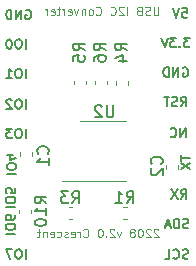
<source format=gbo>
G04 #@! TF.GenerationSoftware,KiCad,Pcbnew,(5.1.2)-1*
G04 #@! TF.CreationDate,2022-09-21T22:05:37+09:00*
G04 #@! TF.ProjectId,converter,636f6e76-6572-4746-9572-2e6b69636164,v2.0*
G04 #@! TF.SameCoordinates,Original*
G04 #@! TF.FileFunction,Legend,Bot*
G04 #@! TF.FilePolarity,Positive*
%FSLAX46Y46*%
G04 Gerber Fmt 4.6, Leading zero omitted, Abs format (unit mm)*
G04 Created by KiCad (PCBNEW (5.1.2)-1) date 2022-09-21 22:05:37*
%MOMM*%
%LPD*%
G04 APERTURE LIST*
%ADD10C,0.120000*%
%ADD11C,0.150000*%
G04 APERTURE END LIST*
D10*
X113130000Y-147893333D02*
X113096666Y-147860000D01*
X113030000Y-147826666D01*
X112863333Y-147826666D01*
X112796666Y-147860000D01*
X112763333Y-147893333D01*
X112730000Y-147960000D01*
X112730000Y-148026666D01*
X112763333Y-148126666D01*
X113163333Y-148526666D01*
X112730000Y-148526666D01*
X112463333Y-147893333D02*
X112430000Y-147860000D01*
X112363333Y-147826666D01*
X112196666Y-147826666D01*
X112130000Y-147860000D01*
X112096666Y-147893333D01*
X112063333Y-147960000D01*
X112063333Y-148026666D01*
X112096666Y-148126666D01*
X112496666Y-148526666D01*
X112063333Y-148526666D01*
X111630000Y-147826666D02*
X111563333Y-147826666D01*
X111496666Y-147860000D01*
X111463333Y-147893333D01*
X111430000Y-147960000D01*
X111396666Y-148093333D01*
X111396666Y-148260000D01*
X111430000Y-148393333D01*
X111463333Y-148460000D01*
X111496666Y-148493333D01*
X111563333Y-148526666D01*
X111630000Y-148526666D01*
X111696666Y-148493333D01*
X111730000Y-148460000D01*
X111763333Y-148393333D01*
X111796666Y-148260000D01*
X111796666Y-148093333D01*
X111763333Y-147960000D01*
X111730000Y-147893333D01*
X111696666Y-147860000D01*
X111630000Y-147826666D01*
X110996666Y-148126666D02*
X111063333Y-148093333D01*
X111096666Y-148060000D01*
X111130000Y-147993333D01*
X111130000Y-147960000D01*
X111096666Y-147893333D01*
X111063333Y-147860000D01*
X110996666Y-147826666D01*
X110863333Y-147826666D01*
X110796666Y-147860000D01*
X110763333Y-147893333D01*
X110730000Y-147960000D01*
X110730000Y-147993333D01*
X110763333Y-148060000D01*
X110796666Y-148093333D01*
X110863333Y-148126666D01*
X110996666Y-148126666D01*
X111063333Y-148160000D01*
X111096666Y-148193333D01*
X111130000Y-148260000D01*
X111130000Y-148393333D01*
X111096666Y-148460000D01*
X111063333Y-148493333D01*
X110996666Y-148526666D01*
X110863333Y-148526666D01*
X110796666Y-148493333D01*
X110763333Y-148460000D01*
X110730000Y-148393333D01*
X110730000Y-148260000D01*
X110763333Y-148193333D01*
X110796666Y-148160000D01*
X110863333Y-148126666D01*
X109963333Y-148060000D02*
X109796666Y-148526666D01*
X109630000Y-148060000D01*
X109396666Y-147893333D02*
X109363333Y-147860000D01*
X109296666Y-147826666D01*
X109130000Y-147826666D01*
X109063333Y-147860000D01*
X109030000Y-147893333D01*
X108996666Y-147960000D01*
X108996666Y-148026666D01*
X109030000Y-148126666D01*
X109430000Y-148526666D01*
X108996666Y-148526666D01*
X108696666Y-148460000D02*
X108663333Y-148493333D01*
X108696666Y-148526666D01*
X108730000Y-148493333D01*
X108696666Y-148460000D01*
X108696666Y-148526666D01*
X108230000Y-147826666D02*
X108163333Y-147826666D01*
X108096666Y-147860000D01*
X108063333Y-147893333D01*
X108030000Y-147960000D01*
X107996666Y-148093333D01*
X107996666Y-148260000D01*
X108030000Y-148393333D01*
X108063333Y-148460000D01*
X108096666Y-148493333D01*
X108163333Y-148526666D01*
X108230000Y-148526666D01*
X108296666Y-148493333D01*
X108330000Y-148460000D01*
X108363333Y-148393333D01*
X108396666Y-148260000D01*
X108396666Y-148093333D01*
X108363333Y-147960000D01*
X108330000Y-147893333D01*
X108296666Y-147860000D01*
X108230000Y-147826666D01*
X106763333Y-148460000D02*
X106796666Y-148493333D01*
X106896666Y-148526666D01*
X106963333Y-148526666D01*
X107063333Y-148493333D01*
X107130000Y-148426666D01*
X107163333Y-148360000D01*
X107196666Y-148226666D01*
X107196666Y-148126666D01*
X107163333Y-147993333D01*
X107130000Y-147926666D01*
X107063333Y-147860000D01*
X106963333Y-147826666D01*
X106896666Y-147826666D01*
X106796666Y-147860000D01*
X106763333Y-147893333D01*
X106463333Y-148526666D02*
X106463333Y-148060000D01*
X106463333Y-148193333D02*
X106430000Y-148126666D01*
X106396666Y-148093333D01*
X106330000Y-148060000D01*
X106263333Y-148060000D01*
X105763333Y-148493333D02*
X105830000Y-148526666D01*
X105963333Y-148526666D01*
X106030000Y-148493333D01*
X106063333Y-148426666D01*
X106063333Y-148160000D01*
X106030000Y-148093333D01*
X105963333Y-148060000D01*
X105830000Y-148060000D01*
X105763333Y-148093333D01*
X105730000Y-148160000D01*
X105730000Y-148226666D01*
X106063333Y-148293333D01*
X105463333Y-148493333D02*
X105396666Y-148526666D01*
X105263333Y-148526666D01*
X105196666Y-148493333D01*
X105163333Y-148426666D01*
X105163333Y-148393333D01*
X105196666Y-148326666D01*
X105263333Y-148293333D01*
X105363333Y-148293333D01*
X105430000Y-148260000D01*
X105463333Y-148193333D01*
X105463333Y-148160000D01*
X105430000Y-148093333D01*
X105363333Y-148060000D01*
X105263333Y-148060000D01*
X105196666Y-148093333D01*
X104563333Y-148493333D02*
X104630000Y-148526666D01*
X104763333Y-148526666D01*
X104830000Y-148493333D01*
X104863333Y-148460000D01*
X104896666Y-148393333D01*
X104896666Y-148193333D01*
X104863333Y-148126666D01*
X104830000Y-148093333D01*
X104763333Y-148060000D01*
X104630000Y-148060000D01*
X104563333Y-148093333D01*
X103996666Y-148493333D02*
X104063333Y-148526666D01*
X104196666Y-148526666D01*
X104263333Y-148493333D01*
X104296666Y-148426666D01*
X104296666Y-148160000D01*
X104263333Y-148093333D01*
X104196666Y-148060000D01*
X104063333Y-148060000D01*
X103996666Y-148093333D01*
X103963333Y-148160000D01*
X103963333Y-148226666D01*
X104296666Y-148293333D01*
X103663333Y-148060000D02*
X103663333Y-148526666D01*
X103663333Y-148126666D02*
X103630000Y-148093333D01*
X103563333Y-148060000D01*
X103463333Y-148060000D01*
X103396666Y-148093333D01*
X103363333Y-148160000D01*
X103363333Y-148526666D01*
X103130000Y-148060000D02*
X102863333Y-148060000D01*
X103030000Y-147826666D02*
X103030000Y-148426666D01*
X102996666Y-148493333D01*
X102930000Y-148526666D01*
X102863333Y-148526666D01*
X113120000Y-129016666D02*
X113120000Y-129583333D01*
X113086666Y-129650000D01*
X113053333Y-129683333D01*
X112986666Y-129716666D01*
X112853333Y-129716666D01*
X112786666Y-129683333D01*
X112753333Y-129650000D01*
X112720000Y-129583333D01*
X112720000Y-129016666D01*
X112420000Y-129683333D02*
X112320000Y-129716666D01*
X112153333Y-129716666D01*
X112086666Y-129683333D01*
X112053333Y-129650000D01*
X112020000Y-129583333D01*
X112020000Y-129516666D01*
X112053333Y-129450000D01*
X112086666Y-129416666D01*
X112153333Y-129383333D01*
X112286666Y-129350000D01*
X112353333Y-129316666D01*
X112386666Y-129283333D01*
X112420000Y-129216666D01*
X112420000Y-129150000D01*
X112386666Y-129083333D01*
X112353333Y-129050000D01*
X112286666Y-129016666D01*
X112120000Y-129016666D01*
X112020000Y-129050000D01*
X111486666Y-129350000D02*
X111386666Y-129383333D01*
X111353333Y-129416666D01*
X111320000Y-129483333D01*
X111320000Y-129583333D01*
X111353333Y-129650000D01*
X111386666Y-129683333D01*
X111453333Y-129716666D01*
X111720000Y-129716666D01*
X111720000Y-129016666D01*
X111486666Y-129016666D01*
X111420000Y-129050000D01*
X111386666Y-129083333D01*
X111353333Y-129150000D01*
X111353333Y-129216666D01*
X111386666Y-129283333D01*
X111420000Y-129316666D01*
X111486666Y-129350000D01*
X111720000Y-129350000D01*
X110486666Y-129716666D02*
X110486666Y-129016666D01*
X110186666Y-129083333D02*
X110153333Y-129050000D01*
X110086666Y-129016666D01*
X109920000Y-129016666D01*
X109853333Y-129050000D01*
X109820000Y-129083333D01*
X109786666Y-129150000D01*
X109786666Y-129216666D01*
X109820000Y-129316666D01*
X110220000Y-129716666D01*
X109786666Y-129716666D01*
X109086666Y-129650000D02*
X109120000Y-129683333D01*
X109220000Y-129716666D01*
X109286666Y-129716666D01*
X109386666Y-129683333D01*
X109453333Y-129616666D01*
X109486666Y-129550000D01*
X109520000Y-129416666D01*
X109520000Y-129316666D01*
X109486666Y-129183333D01*
X109453333Y-129116666D01*
X109386666Y-129050000D01*
X109286666Y-129016666D01*
X109220000Y-129016666D01*
X109120000Y-129050000D01*
X109086666Y-129083333D01*
X107853333Y-129650000D02*
X107886666Y-129683333D01*
X107986666Y-129716666D01*
X108053333Y-129716666D01*
X108153333Y-129683333D01*
X108220000Y-129616666D01*
X108253333Y-129550000D01*
X108286666Y-129416666D01*
X108286666Y-129316666D01*
X108253333Y-129183333D01*
X108220000Y-129116666D01*
X108153333Y-129050000D01*
X108053333Y-129016666D01*
X107986666Y-129016666D01*
X107886666Y-129050000D01*
X107853333Y-129083333D01*
X107453333Y-129716666D02*
X107520000Y-129683333D01*
X107553333Y-129650000D01*
X107586666Y-129583333D01*
X107586666Y-129383333D01*
X107553333Y-129316666D01*
X107520000Y-129283333D01*
X107453333Y-129250000D01*
X107353333Y-129250000D01*
X107286666Y-129283333D01*
X107253333Y-129316666D01*
X107220000Y-129383333D01*
X107220000Y-129583333D01*
X107253333Y-129650000D01*
X107286666Y-129683333D01*
X107353333Y-129716666D01*
X107453333Y-129716666D01*
X106920000Y-129250000D02*
X106920000Y-129716666D01*
X106920000Y-129316666D02*
X106886666Y-129283333D01*
X106820000Y-129250000D01*
X106720000Y-129250000D01*
X106653333Y-129283333D01*
X106620000Y-129350000D01*
X106620000Y-129716666D01*
X106353333Y-129250000D02*
X106186666Y-129716666D01*
X106020000Y-129250000D01*
X105486666Y-129683333D02*
X105553333Y-129716666D01*
X105686666Y-129716666D01*
X105753333Y-129683333D01*
X105786666Y-129616666D01*
X105786666Y-129350000D01*
X105753333Y-129283333D01*
X105686666Y-129250000D01*
X105553333Y-129250000D01*
X105486666Y-129283333D01*
X105453333Y-129350000D01*
X105453333Y-129416666D01*
X105786666Y-129483333D01*
X105153333Y-129716666D02*
X105153333Y-129250000D01*
X105153333Y-129383333D02*
X105120000Y-129316666D01*
X105086666Y-129283333D01*
X105020000Y-129250000D01*
X104953333Y-129250000D01*
X104820000Y-129250000D02*
X104553333Y-129250000D01*
X104720000Y-129016666D02*
X104720000Y-129616666D01*
X104686666Y-129683333D01*
X104620000Y-129716666D01*
X104553333Y-129716666D01*
X104053333Y-129683333D02*
X104120000Y-129716666D01*
X104253333Y-129716666D01*
X104320000Y-129683333D01*
X104353333Y-129616666D01*
X104353333Y-129350000D01*
X104320000Y-129283333D01*
X104253333Y-129250000D01*
X104120000Y-129250000D01*
X104053333Y-129283333D01*
X104020000Y-129350000D01*
X104020000Y-129416666D01*
X104353333Y-129483333D01*
X103720000Y-129716666D02*
X103720000Y-129250000D01*
X103720000Y-129383333D02*
X103686666Y-129316666D01*
X103653333Y-129283333D01*
X103586666Y-129250000D01*
X103520000Y-129250000D01*
D11*
X101909523Y-129300000D02*
X101985714Y-129261904D01*
X102100000Y-129261904D01*
X102214285Y-129300000D01*
X102290476Y-129376190D01*
X102328571Y-129452380D01*
X102366666Y-129604761D01*
X102366666Y-129719047D01*
X102328571Y-129871428D01*
X102290476Y-129947619D01*
X102214285Y-130023809D01*
X102100000Y-130061904D01*
X102023809Y-130061904D01*
X101909523Y-130023809D01*
X101871428Y-129985714D01*
X101871428Y-129719047D01*
X102023809Y-129719047D01*
X101528571Y-130061904D02*
X101528571Y-129261904D01*
X101071428Y-130061904D01*
X101071428Y-129261904D01*
X100690476Y-130061904D02*
X100690476Y-129261904D01*
X100500000Y-129261904D01*
X100385714Y-129300000D01*
X100309523Y-129376190D01*
X100271428Y-129452380D01*
X100233333Y-129604761D01*
X100233333Y-129719047D01*
X100271428Y-129871428D01*
X100309523Y-129947619D01*
X100385714Y-130023809D01*
X100500000Y-130061904D01*
X100690476Y-130061904D01*
X101900000Y-132561904D02*
X101900000Y-131761904D01*
X101366666Y-131761904D02*
X101214285Y-131761904D01*
X101138095Y-131800000D01*
X101061904Y-131876190D01*
X101023809Y-132028571D01*
X101023809Y-132295238D01*
X101061904Y-132447619D01*
X101138095Y-132523809D01*
X101214285Y-132561904D01*
X101366666Y-132561904D01*
X101442857Y-132523809D01*
X101519047Y-132447619D01*
X101557142Y-132295238D01*
X101557142Y-132028571D01*
X101519047Y-131876190D01*
X101442857Y-131800000D01*
X101366666Y-131761904D01*
X100528571Y-131761904D02*
X100452380Y-131761904D01*
X100376190Y-131800000D01*
X100338095Y-131838095D01*
X100300000Y-131914285D01*
X100261904Y-132066666D01*
X100261904Y-132257142D01*
X100300000Y-132409523D01*
X100338095Y-132485714D01*
X100376190Y-132523809D01*
X100452380Y-132561904D01*
X100528571Y-132561904D01*
X100604761Y-132523809D01*
X100642857Y-132485714D01*
X100680952Y-132409523D01*
X100719047Y-132257142D01*
X100719047Y-132066666D01*
X100680952Y-131914285D01*
X100642857Y-131838095D01*
X100604761Y-131800000D01*
X100528571Y-131761904D01*
X101900000Y-135061904D02*
X101900000Y-134261904D01*
X101366666Y-134261904D02*
X101214285Y-134261904D01*
X101138095Y-134300000D01*
X101061904Y-134376190D01*
X101023809Y-134528571D01*
X101023809Y-134795238D01*
X101061904Y-134947619D01*
X101138095Y-135023809D01*
X101214285Y-135061904D01*
X101366666Y-135061904D01*
X101442857Y-135023809D01*
X101519047Y-134947619D01*
X101557142Y-134795238D01*
X101557142Y-134528571D01*
X101519047Y-134376190D01*
X101442857Y-134300000D01*
X101366666Y-134261904D01*
X100261904Y-135061904D02*
X100719047Y-135061904D01*
X100490476Y-135061904D02*
X100490476Y-134261904D01*
X100566666Y-134376190D01*
X100642857Y-134452380D01*
X100719047Y-134490476D01*
X101900000Y-137661904D02*
X101900000Y-136861904D01*
X101366666Y-136861904D02*
X101214285Y-136861904D01*
X101138095Y-136900000D01*
X101061904Y-136976190D01*
X101023809Y-137128571D01*
X101023809Y-137395238D01*
X101061904Y-137547619D01*
X101138095Y-137623809D01*
X101214285Y-137661904D01*
X101366666Y-137661904D01*
X101442857Y-137623809D01*
X101519047Y-137547619D01*
X101557142Y-137395238D01*
X101557142Y-137128571D01*
X101519047Y-136976190D01*
X101442857Y-136900000D01*
X101366666Y-136861904D01*
X100719047Y-136938095D02*
X100680952Y-136900000D01*
X100604761Y-136861904D01*
X100414285Y-136861904D01*
X100338095Y-136900000D01*
X100300000Y-136938095D01*
X100261904Y-137014285D01*
X100261904Y-137090476D01*
X100300000Y-137204761D01*
X100757142Y-137661904D01*
X100261904Y-137661904D01*
X101900000Y-140161904D02*
X101900000Y-139361904D01*
X101366666Y-139361904D02*
X101214285Y-139361904D01*
X101138095Y-139400000D01*
X101061904Y-139476190D01*
X101023809Y-139628571D01*
X101023809Y-139895238D01*
X101061904Y-140047619D01*
X101138095Y-140123809D01*
X101214285Y-140161904D01*
X101366666Y-140161904D01*
X101442857Y-140123809D01*
X101519047Y-140047619D01*
X101557142Y-139895238D01*
X101557142Y-139628571D01*
X101519047Y-139476190D01*
X101442857Y-139400000D01*
X101366666Y-139361904D01*
X100757142Y-139361904D02*
X100261904Y-139361904D01*
X100528571Y-139666666D01*
X100414285Y-139666666D01*
X100338095Y-139704761D01*
X100300000Y-139742857D01*
X100261904Y-139819047D01*
X100261904Y-140009523D01*
X100300000Y-140085714D01*
X100338095Y-140123809D01*
X100414285Y-140161904D01*
X100642857Y-140161904D01*
X100719047Y-140123809D01*
X100757142Y-140085714D01*
X100268095Y-143160000D02*
X101068095Y-143160000D01*
X101068095Y-142626666D02*
X101068095Y-142474285D01*
X101030000Y-142398095D01*
X100953809Y-142321904D01*
X100801428Y-142283809D01*
X100534761Y-142283809D01*
X100382380Y-142321904D01*
X100306190Y-142398095D01*
X100268095Y-142474285D01*
X100268095Y-142626666D01*
X100306190Y-142702857D01*
X100382380Y-142779047D01*
X100534761Y-142817142D01*
X100801428Y-142817142D01*
X100953809Y-142779047D01*
X101030000Y-142702857D01*
X101068095Y-142626666D01*
X100801428Y-141598095D02*
X100268095Y-141598095D01*
X101106190Y-141788571D02*
X100534761Y-141979047D01*
X100534761Y-141483809D01*
X100218095Y-146010000D02*
X101018095Y-146010000D01*
X101018095Y-145476666D02*
X101018095Y-145324285D01*
X100980000Y-145248095D01*
X100903809Y-145171904D01*
X100751428Y-145133809D01*
X100484761Y-145133809D01*
X100332380Y-145171904D01*
X100256190Y-145248095D01*
X100218095Y-145324285D01*
X100218095Y-145476666D01*
X100256190Y-145552857D01*
X100332380Y-145629047D01*
X100484761Y-145667142D01*
X100751428Y-145667142D01*
X100903809Y-145629047D01*
X100980000Y-145552857D01*
X101018095Y-145476666D01*
X101018095Y-144410000D02*
X101018095Y-144790952D01*
X100637142Y-144829047D01*
X100675238Y-144790952D01*
X100713333Y-144714761D01*
X100713333Y-144524285D01*
X100675238Y-144448095D01*
X100637142Y-144410000D01*
X100560952Y-144371904D01*
X100370476Y-144371904D01*
X100294285Y-144410000D01*
X100256190Y-144448095D01*
X100218095Y-144524285D01*
X100218095Y-144714761D01*
X100256190Y-144790952D01*
X100294285Y-144829047D01*
X100188095Y-148260000D02*
X100988095Y-148260000D01*
X100988095Y-147726666D02*
X100988095Y-147574285D01*
X100950000Y-147498095D01*
X100873809Y-147421904D01*
X100721428Y-147383809D01*
X100454761Y-147383809D01*
X100302380Y-147421904D01*
X100226190Y-147498095D01*
X100188095Y-147574285D01*
X100188095Y-147726666D01*
X100226190Y-147802857D01*
X100302380Y-147879047D01*
X100454761Y-147917142D01*
X100721428Y-147917142D01*
X100873809Y-147879047D01*
X100950000Y-147802857D01*
X100988095Y-147726666D01*
X100988095Y-146698095D02*
X100988095Y-146850476D01*
X100950000Y-146926666D01*
X100911904Y-146964761D01*
X100797619Y-147040952D01*
X100645238Y-147079047D01*
X100340476Y-147079047D01*
X100264285Y-147040952D01*
X100226190Y-147002857D01*
X100188095Y-146926666D01*
X100188095Y-146774285D01*
X100226190Y-146698095D01*
X100264285Y-146660000D01*
X100340476Y-146621904D01*
X100530952Y-146621904D01*
X100607142Y-146660000D01*
X100645238Y-146698095D01*
X100683333Y-146774285D01*
X100683333Y-146926666D01*
X100645238Y-147002857D01*
X100607142Y-147040952D01*
X100530952Y-147079047D01*
X101900000Y-150361904D02*
X101900000Y-149561904D01*
X101366666Y-149561904D02*
X101214285Y-149561904D01*
X101138095Y-149600000D01*
X101061904Y-149676190D01*
X101023809Y-149828571D01*
X101023809Y-150095238D01*
X101061904Y-150247619D01*
X101138095Y-150323809D01*
X101214285Y-150361904D01*
X101366666Y-150361904D01*
X101442857Y-150323809D01*
X101519047Y-150247619D01*
X101557142Y-150095238D01*
X101557142Y-149828571D01*
X101519047Y-149676190D01*
X101442857Y-149600000D01*
X101366666Y-149561904D01*
X100757142Y-149561904D02*
X100223809Y-149561904D01*
X100566666Y-150361904D01*
X115652380Y-150323809D02*
X115538095Y-150361904D01*
X115347619Y-150361904D01*
X115271428Y-150323809D01*
X115233333Y-150285714D01*
X115195238Y-150209523D01*
X115195238Y-150133333D01*
X115233333Y-150057142D01*
X115271428Y-150019047D01*
X115347619Y-149980952D01*
X115500000Y-149942857D01*
X115576190Y-149904761D01*
X115614285Y-149866666D01*
X115652380Y-149790476D01*
X115652380Y-149714285D01*
X115614285Y-149638095D01*
X115576190Y-149600000D01*
X115500000Y-149561904D01*
X115309523Y-149561904D01*
X115195238Y-149600000D01*
X114395238Y-150285714D02*
X114433333Y-150323809D01*
X114547619Y-150361904D01*
X114623809Y-150361904D01*
X114738095Y-150323809D01*
X114814285Y-150247619D01*
X114852380Y-150171428D01*
X114890476Y-150019047D01*
X114890476Y-149904761D01*
X114852380Y-149752380D01*
X114814285Y-149676190D01*
X114738095Y-149600000D01*
X114623809Y-149561904D01*
X114547619Y-149561904D01*
X114433333Y-149600000D01*
X114395238Y-149638095D01*
X113671428Y-150361904D02*
X114052380Y-150361904D01*
X114052380Y-149561904D01*
X115671428Y-147723809D02*
X115557142Y-147761904D01*
X115366666Y-147761904D01*
X115290476Y-147723809D01*
X115252380Y-147685714D01*
X115214285Y-147609523D01*
X115214285Y-147533333D01*
X115252380Y-147457142D01*
X115290476Y-147419047D01*
X115366666Y-147380952D01*
X115519047Y-147342857D01*
X115595238Y-147304761D01*
X115633333Y-147266666D01*
X115671428Y-147190476D01*
X115671428Y-147114285D01*
X115633333Y-147038095D01*
X115595238Y-147000000D01*
X115519047Y-146961904D01*
X115328571Y-146961904D01*
X115214285Y-147000000D01*
X114871428Y-147761904D02*
X114871428Y-146961904D01*
X114680952Y-146961904D01*
X114566666Y-147000000D01*
X114490476Y-147076190D01*
X114452380Y-147152380D01*
X114414285Y-147304761D01*
X114414285Y-147419047D01*
X114452380Y-147571428D01*
X114490476Y-147647619D01*
X114566666Y-147723809D01*
X114680952Y-147761904D01*
X114871428Y-147761904D01*
X114109523Y-147533333D02*
X113728571Y-147533333D01*
X114185714Y-147761904D02*
X113919047Y-146961904D01*
X113652380Y-147761904D01*
X115023333Y-145281904D02*
X115290000Y-144900952D01*
X115480476Y-145281904D02*
X115480476Y-144481904D01*
X115175714Y-144481904D01*
X115099523Y-144520000D01*
X115061428Y-144558095D01*
X115023333Y-144634285D01*
X115023333Y-144748571D01*
X115061428Y-144824761D01*
X115099523Y-144862857D01*
X115175714Y-144900952D01*
X115480476Y-144900952D01*
X114756666Y-144481904D02*
X114223333Y-145281904D01*
X114223333Y-144481904D02*
X114756666Y-145281904D01*
X115041904Y-141610476D02*
X115041904Y-142067619D01*
X115841904Y-141839047D02*
X115041904Y-141839047D01*
X115041904Y-142258095D02*
X115841904Y-142791428D01*
X115041904Y-142791428D02*
X115841904Y-142258095D01*
X115448571Y-140081904D02*
X115448571Y-139281904D01*
X114991428Y-140081904D01*
X114991428Y-139281904D01*
X114153333Y-140005714D02*
X114191428Y-140043809D01*
X114305714Y-140081904D01*
X114381904Y-140081904D01*
X114496190Y-140043809D01*
X114572380Y-139967619D01*
X114610476Y-139891428D01*
X114648571Y-139739047D01*
X114648571Y-139624761D01*
X114610476Y-139472380D01*
X114572380Y-139396190D01*
X114496190Y-139320000D01*
X114381904Y-139281904D01*
X114305714Y-139281904D01*
X114191428Y-139320000D01*
X114153333Y-139358095D01*
X115038095Y-137461904D02*
X115304761Y-137080952D01*
X115495238Y-137461904D02*
X115495238Y-136661904D01*
X115190476Y-136661904D01*
X115114285Y-136700000D01*
X115076190Y-136738095D01*
X115038095Y-136814285D01*
X115038095Y-136928571D01*
X115076190Y-137004761D01*
X115114285Y-137042857D01*
X115190476Y-137080952D01*
X115495238Y-137080952D01*
X114733333Y-137423809D02*
X114619047Y-137461904D01*
X114428571Y-137461904D01*
X114352380Y-137423809D01*
X114314285Y-137385714D01*
X114276190Y-137309523D01*
X114276190Y-137233333D01*
X114314285Y-137157142D01*
X114352380Y-137119047D01*
X114428571Y-137080952D01*
X114580952Y-137042857D01*
X114657142Y-137004761D01*
X114695238Y-136966666D01*
X114733333Y-136890476D01*
X114733333Y-136814285D01*
X114695238Y-136738095D01*
X114657142Y-136700000D01*
X114580952Y-136661904D01*
X114390476Y-136661904D01*
X114276190Y-136700000D01*
X114047619Y-136661904D02*
X113590476Y-136661904D01*
X113819047Y-137461904D02*
X113819047Y-136661904D01*
X115152380Y-129161904D02*
X115533333Y-129161904D01*
X115571428Y-129542857D01*
X115533333Y-129504761D01*
X115457142Y-129466666D01*
X115266666Y-129466666D01*
X115190476Y-129504761D01*
X115152380Y-129542857D01*
X115114285Y-129619047D01*
X115114285Y-129809523D01*
X115152380Y-129885714D01*
X115190476Y-129923809D01*
X115266666Y-129961904D01*
X115457142Y-129961904D01*
X115533333Y-129923809D01*
X115571428Y-129885714D01*
X114885714Y-129161904D02*
X114619047Y-129961904D01*
X114352380Y-129161904D01*
X115780952Y-131661904D02*
X115285714Y-131661904D01*
X115552380Y-131966666D01*
X115438095Y-131966666D01*
X115361904Y-132004761D01*
X115323809Y-132042857D01*
X115285714Y-132119047D01*
X115285714Y-132309523D01*
X115323809Y-132385714D01*
X115361904Y-132423809D01*
X115438095Y-132461904D01*
X115666666Y-132461904D01*
X115742857Y-132423809D01*
X115780952Y-132385714D01*
X114942857Y-132385714D02*
X114904761Y-132423809D01*
X114942857Y-132461904D01*
X114980952Y-132423809D01*
X114942857Y-132385714D01*
X114942857Y-132461904D01*
X114638095Y-131661904D02*
X114142857Y-131661904D01*
X114409523Y-131966666D01*
X114295238Y-131966666D01*
X114219047Y-132004761D01*
X114180952Y-132042857D01*
X114142857Y-132119047D01*
X114142857Y-132309523D01*
X114180952Y-132385714D01*
X114219047Y-132423809D01*
X114295238Y-132461904D01*
X114523809Y-132461904D01*
X114600000Y-132423809D01*
X114638095Y-132385714D01*
X113914285Y-131661904D02*
X113647619Y-132461904D01*
X113380952Y-131661904D01*
X115209523Y-134200000D02*
X115285714Y-134161904D01*
X115400000Y-134161904D01*
X115514285Y-134200000D01*
X115590476Y-134276190D01*
X115628571Y-134352380D01*
X115666666Y-134504761D01*
X115666666Y-134619047D01*
X115628571Y-134771428D01*
X115590476Y-134847619D01*
X115514285Y-134923809D01*
X115400000Y-134961904D01*
X115323809Y-134961904D01*
X115209523Y-134923809D01*
X115171428Y-134885714D01*
X115171428Y-134619047D01*
X115323809Y-134619047D01*
X114828571Y-134961904D02*
X114828571Y-134161904D01*
X114371428Y-134961904D01*
X114371428Y-134161904D01*
X113990476Y-134961904D02*
X113990476Y-134161904D01*
X113800000Y-134161904D01*
X113685714Y-134200000D01*
X113609523Y-134276190D01*
X113571428Y-134352380D01*
X113533333Y-134504761D01*
X113533333Y-134619047D01*
X113571428Y-134771428D01*
X113609523Y-134847619D01*
X113685714Y-134923809D01*
X113800000Y-134961904D01*
X113990476Y-134961904D01*
D10*
X101350000Y-146524779D02*
X101350000Y-146199221D01*
X102370000Y-146524779D02*
X102370000Y-146199221D01*
X102434000Y-141315221D02*
X102434000Y-141640779D01*
X101414000Y-141315221D02*
X101414000Y-141640779D01*
X113790000Y-142407221D02*
X113790000Y-142732779D01*
X114810000Y-142407221D02*
X114810000Y-142732779D01*
X110125221Y-146006000D02*
X110450779Y-146006000D01*
X110125221Y-147026000D02*
X110450779Y-147026000D01*
X105525221Y-147026000D02*
X105850779Y-147026000D01*
X105525221Y-146006000D02*
X105850779Y-146006000D01*
X109552000Y-135291221D02*
X109552000Y-135616779D01*
X110572000Y-135291221D02*
X110572000Y-135616779D01*
X106972000Y-135279221D02*
X106972000Y-135604779D01*
X105952000Y-135279221D02*
X105952000Y-135604779D01*
X107752000Y-135279221D02*
X107752000Y-135604779D01*
X108772000Y-135279221D02*
X108772000Y-135604779D01*
X108458000Y-138664000D02*
X110408000Y-138664000D01*
X108458000Y-138664000D02*
X106508000Y-138664000D01*
X108458000Y-143784000D02*
X110408000Y-143784000D01*
X108458000Y-143784000D02*
X105008000Y-143784000D01*
D11*
X103642380Y-145667142D02*
X103166190Y-145333809D01*
X103642380Y-145095714D02*
X102642380Y-145095714D01*
X102642380Y-145476666D01*
X102690000Y-145571904D01*
X102737619Y-145619523D01*
X102832857Y-145667142D01*
X102975714Y-145667142D01*
X103070952Y-145619523D01*
X103118571Y-145571904D01*
X103166190Y-145476666D01*
X103166190Y-145095714D01*
X103642380Y-146619523D02*
X103642380Y-146048095D01*
X103642380Y-146333809D02*
X102642380Y-146333809D01*
X102785238Y-146238571D01*
X102880476Y-146143333D01*
X102928095Y-146048095D01*
X102642380Y-147238571D02*
X102642380Y-147333809D01*
X102690000Y-147429047D01*
X102737619Y-147476666D01*
X102832857Y-147524285D01*
X103023333Y-147571904D01*
X103261428Y-147571904D01*
X103451904Y-147524285D01*
X103547142Y-147476666D01*
X103594761Y-147429047D01*
X103642380Y-147333809D01*
X103642380Y-147238571D01*
X103594761Y-147143333D01*
X103547142Y-147095714D01*
X103451904Y-147048095D01*
X103261428Y-147000476D01*
X103023333Y-147000476D01*
X102832857Y-147048095D01*
X102737619Y-147095714D01*
X102690000Y-147143333D01*
X102642380Y-147238571D01*
X103767142Y-141463333D02*
X103814761Y-141415714D01*
X103862380Y-141272857D01*
X103862380Y-141177619D01*
X103814761Y-141034761D01*
X103719523Y-140939523D01*
X103624285Y-140891904D01*
X103433809Y-140844285D01*
X103290952Y-140844285D01*
X103100476Y-140891904D01*
X103005238Y-140939523D01*
X102910000Y-141034761D01*
X102862380Y-141177619D01*
X102862380Y-141272857D01*
X102910000Y-141415714D01*
X102957619Y-141463333D01*
X103862380Y-142415714D02*
X103862380Y-141844285D01*
X103862380Y-142130000D02*
X102862380Y-142130000D01*
X103005238Y-142034761D01*
X103100476Y-141939523D01*
X103148095Y-141844285D01*
X113387142Y-142326833D02*
X113434761Y-142279214D01*
X113482380Y-142136357D01*
X113482380Y-142041119D01*
X113434761Y-141898261D01*
X113339523Y-141803023D01*
X113244285Y-141755404D01*
X113053809Y-141707785D01*
X112910952Y-141707785D01*
X112720476Y-141755404D01*
X112625238Y-141803023D01*
X112530000Y-141898261D01*
X112482380Y-142041119D01*
X112482380Y-142136357D01*
X112530000Y-142279214D01*
X112577619Y-142326833D01*
X112577619Y-142707785D02*
X112530000Y-142755404D01*
X112482380Y-142850642D01*
X112482380Y-143088738D01*
X112530000Y-143183976D01*
X112577619Y-143231595D01*
X112672857Y-143279214D01*
X112768095Y-143279214D01*
X112910952Y-143231595D01*
X113482380Y-142660166D01*
X113482380Y-143279214D01*
X110436666Y-145622380D02*
X110770000Y-145146190D01*
X111008095Y-145622380D02*
X111008095Y-144622380D01*
X110627142Y-144622380D01*
X110531904Y-144670000D01*
X110484285Y-144717619D01*
X110436666Y-144812857D01*
X110436666Y-144955714D01*
X110484285Y-145050952D01*
X110531904Y-145098571D01*
X110627142Y-145146190D01*
X111008095Y-145146190D01*
X109484285Y-145622380D02*
X110055714Y-145622380D01*
X109770000Y-145622380D02*
X109770000Y-144622380D01*
X109865238Y-144765238D01*
X109960476Y-144860476D01*
X110055714Y-144908095D01*
X105836666Y-145662380D02*
X106170000Y-145186190D01*
X106408095Y-145662380D02*
X106408095Y-144662380D01*
X106027142Y-144662380D01*
X105931904Y-144710000D01*
X105884285Y-144757619D01*
X105836666Y-144852857D01*
X105836666Y-144995714D01*
X105884285Y-145090952D01*
X105931904Y-145138571D01*
X106027142Y-145186190D01*
X106408095Y-145186190D01*
X105503333Y-144662380D02*
X104884285Y-144662380D01*
X105217619Y-145043333D01*
X105074761Y-145043333D01*
X104979523Y-145090952D01*
X104931904Y-145138571D01*
X104884285Y-145233809D01*
X104884285Y-145471904D01*
X104931904Y-145567142D01*
X104979523Y-145614761D01*
X105074761Y-145662380D01*
X105360476Y-145662380D01*
X105455714Y-145614761D01*
X105503333Y-145567142D01*
X110464380Y-132724833D02*
X109988190Y-132391500D01*
X110464380Y-132153404D02*
X109464380Y-132153404D01*
X109464380Y-132534357D01*
X109512000Y-132629595D01*
X109559619Y-132677214D01*
X109654857Y-132724833D01*
X109797714Y-132724833D01*
X109892952Y-132677214D01*
X109940571Y-132629595D01*
X109988190Y-132534357D01*
X109988190Y-132153404D01*
X109797714Y-133581976D02*
X110464380Y-133581976D01*
X109416761Y-133343880D02*
X110131047Y-133105785D01*
X110131047Y-133724833D01*
X106914380Y-132725333D02*
X106438190Y-132392000D01*
X106914380Y-132153904D02*
X105914380Y-132153904D01*
X105914380Y-132534857D01*
X105962000Y-132630095D01*
X106009619Y-132677714D01*
X106104857Y-132725333D01*
X106247714Y-132725333D01*
X106342952Y-132677714D01*
X106390571Y-132630095D01*
X106438190Y-132534857D01*
X106438190Y-132153904D01*
X105914380Y-133630095D02*
X105914380Y-133153904D01*
X106390571Y-133106285D01*
X106342952Y-133153904D01*
X106295333Y-133249142D01*
X106295333Y-133487238D01*
X106342952Y-133582476D01*
X106390571Y-133630095D01*
X106485809Y-133677714D01*
X106723904Y-133677714D01*
X106819142Y-133630095D01*
X106866761Y-133582476D01*
X106914380Y-133487238D01*
X106914380Y-133249142D01*
X106866761Y-133153904D01*
X106819142Y-133106285D01*
X108664380Y-132725333D02*
X108188190Y-132392000D01*
X108664380Y-132153904D02*
X107664380Y-132153904D01*
X107664380Y-132534857D01*
X107712000Y-132630095D01*
X107759619Y-132677714D01*
X107854857Y-132725333D01*
X107997714Y-132725333D01*
X108092952Y-132677714D01*
X108140571Y-132630095D01*
X108188190Y-132534857D01*
X108188190Y-132153904D01*
X107664380Y-133582476D02*
X107664380Y-133392000D01*
X107712000Y-133296761D01*
X107759619Y-133249142D01*
X107902476Y-133153904D01*
X108092952Y-133106285D01*
X108473904Y-133106285D01*
X108569142Y-133153904D01*
X108616761Y-133201523D01*
X108664380Y-133296761D01*
X108664380Y-133487238D01*
X108616761Y-133582476D01*
X108569142Y-133630095D01*
X108473904Y-133677714D01*
X108235809Y-133677714D01*
X108140571Y-133630095D01*
X108092952Y-133582476D01*
X108045333Y-133487238D01*
X108045333Y-133296761D01*
X108092952Y-133201523D01*
X108140571Y-133153904D01*
X108235809Y-133106285D01*
X109319904Y-137376380D02*
X109319904Y-138185904D01*
X109272285Y-138281142D01*
X109224666Y-138328761D01*
X109129428Y-138376380D01*
X108938952Y-138376380D01*
X108843714Y-138328761D01*
X108796095Y-138281142D01*
X108748476Y-138185904D01*
X108748476Y-137376380D01*
X108319904Y-137471619D02*
X108272285Y-137424000D01*
X108177047Y-137376380D01*
X107938952Y-137376380D01*
X107843714Y-137424000D01*
X107796095Y-137471619D01*
X107748476Y-137566857D01*
X107748476Y-137662095D01*
X107796095Y-137804952D01*
X108367523Y-138376380D01*
X107748476Y-138376380D01*
M02*

</source>
